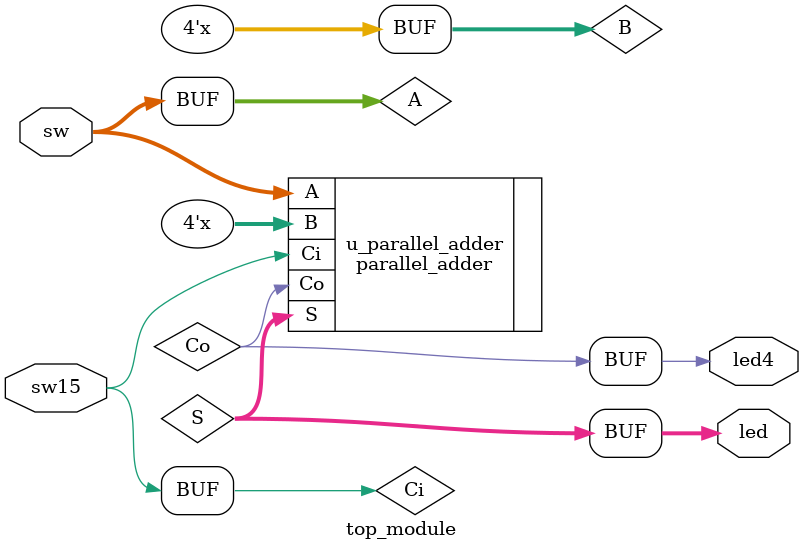
<source format=v>
module top_module(
    input [3:0] sw,       // sw[3:0] -> A, sw[7:4] -> B
    input sw15,           // sw15 -> Ci
    output [3:0] led,     // led[3:0] -> Sum
    output led4           // led4 -> Carry Out
);
    wire [3:0] A = sw[3:0];
    wire [3:0] B = sw[7:4];
    wire Ci = sw15;

    wire [3:0] S;
    wire Co;

    // 并行加法器实例化
    parallel_adder u_parallel_adder (
        .A(A),
        .B(B),
        .Ci(Ci),
        .S(S),
        .Co(Co)
    );

    assign led = S;
    assign led4 = Co;
endmodule

</source>
